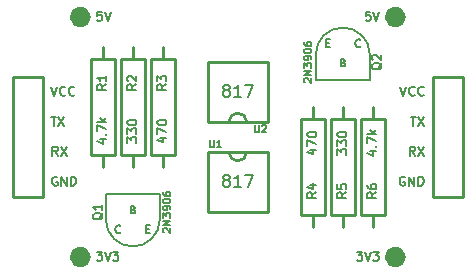
<source format=gto>
G04 (created by PCBNEW (2013-07-07 BZR 4022)-stable) date 5/4/2015 11:47:39 PM*
%MOIN*%
G04 Gerber Fmt 3.4, Leading zero omitted, Abs format*
%FSLAX34Y34*%
G01*
G70*
G90*
G04 APERTURE LIST*
%ADD10C,0.00590551*%
%ADD11C,0.05*%
%ADD12C,0.006*%
%ADD13C,0.01*%
%ADD14C,0.005*%
%ADD15C,0.008*%
G04 APERTURE END LIST*
G54D10*
G54D11*
X91850Y-29000D02*
G75*
G03X91850Y-29000I-100J0D01*
G74*
G01*
X91850Y-21000D02*
G75*
G03X91850Y-21000I-100J0D01*
G74*
G01*
X81350Y-29000D02*
G75*
G03X81350Y-29000I-100J0D01*
G74*
G01*
X81350Y-21000D02*
G75*
G03X81350Y-21000I-100J0D01*
G74*
G01*
G54D12*
X90464Y-28821D02*
X90650Y-28821D01*
X90550Y-28935D01*
X90592Y-28935D01*
X90621Y-28950D01*
X90635Y-28964D01*
X90650Y-28992D01*
X90650Y-29064D01*
X90635Y-29092D01*
X90621Y-29107D01*
X90592Y-29121D01*
X90507Y-29121D01*
X90478Y-29107D01*
X90464Y-29092D01*
X90735Y-28821D02*
X90835Y-29121D01*
X90935Y-28821D01*
X91007Y-28821D02*
X91192Y-28821D01*
X91092Y-28935D01*
X91135Y-28935D01*
X91164Y-28950D01*
X91178Y-28964D01*
X91192Y-28992D01*
X91192Y-29064D01*
X91178Y-29092D01*
X91164Y-29107D01*
X91135Y-29121D01*
X91050Y-29121D01*
X91021Y-29107D01*
X91007Y-29092D01*
X90921Y-20821D02*
X90778Y-20821D01*
X90764Y-20964D01*
X90778Y-20950D01*
X90807Y-20935D01*
X90878Y-20935D01*
X90907Y-20950D01*
X90921Y-20964D01*
X90935Y-20992D01*
X90935Y-21064D01*
X90921Y-21092D01*
X90907Y-21107D01*
X90878Y-21121D01*
X90807Y-21121D01*
X90778Y-21107D01*
X90764Y-21092D01*
X91021Y-20821D02*
X91121Y-21121D01*
X91221Y-20821D01*
X81792Y-28821D02*
X81978Y-28821D01*
X81878Y-28935D01*
X81921Y-28935D01*
X81950Y-28950D01*
X81964Y-28964D01*
X81978Y-28992D01*
X81978Y-29064D01*
X81964Y-29092D01*
X81950Y-29107D01*
X81921Y-29121D01*
X81835Y-29121D01*
X81807Y-29107D01*
X81792Y-29092D01*
X82064Y-28821D02*
X82164Y-29121D01*
X82264Y-28821D01*
X82335Y-28821D02*
X82521Y-28821D01*
X82421Y-28935D01*
X82464Y-28935D01*
X82492Y-28950D01*
X82507Y-28964D01*
X82521Y-28992D01*
X82521Y-29064D01*
X82507Y-29092D01*
X82492Y-29107D01*
X82464Y-29121D01*
X82378Y-29121D01*
X82350Y-29107D01*
X82335Y-29092D01*
X81964Y-20821D02*
X81821Y-20821D01*
X81807Y-20964D01*
X81821Y-20950D01*
X81850Y-20935D01*
X81921Y-20935D01*
X81950Y-20950D01*
X81964Y-20964D01*
X81978Y-20992D01*
X81978Y-21064D01*
X81964Y-21092D01*
X81950Y-21107D01*
X81921Y-21121D01*
X81850Y-21121D01*
X81821Y-21107D01*
X81807Y-21092D01*
X82064Y-20821D02*
X82164Y-21121D01*
X82264Y-20821D01*
X80478Y-26335D02*
X80450Y-26321D01*
X80407Y-26321D01*
X80364Y-26335D01*
X80335Y-26364D01*
X80321Y-26392D01*
X80307Y-26450D01*
X80307Y-26492D01*
X80321Y-26550D01*
X80335Y-26578D01*
X80364Y-26607D01*
X80407Y-26621D01*
X80435Y-26621D01*
X80478Y-26607D01*
X80492Y-26592D01*
X80492Y-26492D01*
X80435Y-26492D01*
X80621Y-26621D02*
X80621Y-26321D01*
X80792Y-26621D01*
X80792Y-26321D01*
X80935Y-26621D02*
X80935Y-26321D01*
X81007Y-26321D01*
X81050Y-26335D01*
X81078Y-26364D01*
X81092Y-26392D01*
X81107Y-26450D01*
X81107Y-26492D01*
X81092Y-26550D01*
X81078Y-26578D01*
X81050Y-26607D01*
X81007Y-26621D01*
X80935Y-26621D01*
X80492Y-25621D02*
X80392Y-25478D01*
X80321Y-25621D02*
X80321Y-25321D01*
X80435Y-25321D01*
X80464Y-25335D01*
X80478Y-25350D01*
X80492Y-25378D01*
X80492Y-25421D01*
X80478Y-25450D01*
X80464Y-25464D01*
X80435Y-25478D01*
X80321Y-25478D01*
X80592Y-25321D02*
X80792Y-25621D01*
X80792Y-25321D02*
X80592Y-25621D01*
X80278Y-24321D02*
X80450Y-24321D01*
X80364Y-24621D02*
X80364Y-24321D01*
X80521Y-24321D02*
X80721Y-24621D01*
X80721Y-24321D02*
X80521Y-24621D01*
X80278Y-23321D02*
X80378Y-23621D01*
X80478Y-23321D01*
X80750Y-23592D02*
X80735Y-23607D01*
X80692Y-23621D01*
X80664Y-23621D01*
X80621Y-23607D01*
X80592Y-23578D01*
X80578Y-23550D01*
X80564Y-23492D01*
X80564Y-23450D01*
X80578Y-23392D01*
X80592Y-23364D01*
X80621Y-23335D01*
X80664Y-23321D01*
X80692Y-23321D01*
X80735Y-23335D01*
X80750Y-23350D01*
X81050Y-23592D02*
X81035Y-23607D01*
X80992Y-23621D01*
X80964Y-23621D01*
X80921Y-23607D01*
X80892Y-23578D01*
X80878Y-23550D01*
X80864Y-23492D01*
X80864Y-23450D01*
X80878Y-23392D01*
X80892Y-23364D01*
X80921Y-23335D01*
X80964Y-23321D01*
X80992Y-23321D01*
X81035Y-23335D01*
X81050Y-23350D01*
X92064Y-26335D02*
X92035Y-26321D01*
X91992Y-26321D01*
X91950Y-26335D01*
X91921Y-26364D01*
X91907Y-26392D01*
X91892Y-26450D01*
X91892Y-26492D01*
X91907Y-26550D01*
X91921Y-26578D01*
X91950Y-26607D01*
X91992Y-26621D01*
X92021Y-26621D01*
X92064Y-26607D01*
X92078Y-26592D01*
X92078Y-26492D01*
X92021Y-26492D01*
X92207Y-26621D02*
X92207Y-26321D01*
X92378Y-26621D01*
X92378Y-26321D01*
X92521Y-26621D02*
X92521Y-26321D01*
X92592Y-26321D01*
X92635Y-26335D01*
X92664Y-26364D01*
X92678Y-26392D01*
X92692Y-26450D01*
X92692Y-26492D01*
X92678Y-26550D01*
X92664Y-26578D01*
X92635Y-26607D01*
X92592Y-26621D01*
X92521Y-26621D01*
X92407Y-25621D02*
X92307Y-25478D01*
X92235Y-25621D02*
X92235Y-25321D01*
X92350Y-25321D01*
X92378Y-25335D01*
X92392Y-25350D01*
X92407Y-25378D01*
X92407Y-25421D01*
X92392Y-25450D01*
X92378Y-25464D01*
X92350Y-25478D01*
X92235Y-25478D01*
X92507Y-25321D02*
X92707Y-25621D01*
X92707Y-25321D02*
X92507Y-25621D01*
X92264Y-24321D02*
X92435Y-24321D01*
X92350Y-24621D02*
X92350Y-24321D01*
X92507Y-24321D02*
X92707Y-24621D01*
X92707Y-24321D02*
X92507Y-24621D01*
X91921Y-23321D02*
X92021Y-23621D01*
X92121Y-23321D01*
X92392Y-23592D02*
X92378Y-23607D01*
X92335Y-23621D01*
X92307Y-23621D01*
X92264Y-23607D01*
X92235Y-23578D01*
X92221Y-23550D01*
X92207Y-23492D01*
X92207Y-23450D01*
X92221Y-23392D01*
X92235Y-23364D01*
X92264Y-23335D01*
X92307Y-23321D01*
X92335Y-23321D01*
X92378Y-23335D01*
X92392Y-23350D01*
X92692Y-23592D02*
X92678Y-23607D01*
X92635Y-23621D01*
X92607Y-23621D01*
X92564Y-23607D01*
X92535Y-23578D01*
X92521Y-23550D01*
X92507Y-23492D01*
X92507Y-23450D01*
X92521Y-23392D01*
X92535Y-23364D01*
X92564Y-23335D01*
X92607Y-23321D01*
X92635Y-23321D01*
X92678Y-23335D01*
X92692Y-23350D01*
G54D10*
X83900Y-27750D02*
X83900Y-26900D01*
X83900Y-26900D02*
X82100Y-26900D01*
X82100Y-26900D02*
X82100Y-27750D01*
X82100Y-27750D02*
G75*
G03X83000Y-28650I900J0D01*
G74*
G01*
X83000Y-28650D02*
G75*
G03X83900Y-27750I0J900D01*
G74*
G01*
X89100Y-22250D02*
X89100Y-23100D01*
X89100Y-23100D02*
X90900Y-23100D01*
X90900Y-23100D02*
X90900Y-22250D01*
X90900Y-22250D02*
G75*
G03X90000Y-21350I-900J0D01*
G74*
G01*
X90000Y-21350D02*
G75*
G03X89100Y-22250I0J-900D01*
G74*
G01*
G54D13*
X82000Y-22000D02*
X82000Y-22400D01*
X82000Y-22400D02*
X82400Y-22400D01*
X82400Y-22400D02*
X82400Y-25600D01*
X82400Y-25600D02*
X81600Y-25600D01*
X81600Y-25600D02*
X81600Y-22400D01*
X81600Y-22400D02*
X82000Y-22400D01*
X82000Y-26000D02*
X82000Y-25600D01*
X89000Y-28000D02*
X89000Y-27600D01*
X89000Y-27600D02*
X88600Y-27600D01*
X88600Y-27600D02*
X88600Y-24400D01*
X88600Y-24400D02*
X89400Y-24400D01*
X89400Y-24400D02*
X89400Y-27600D01*
X89400Y-27600D02*
X89000Y-27600D01*
X89000Y-24000D02*
X89000Y-24400D01*
X83000Y-22000D02*
X83000Y-22400D01*
X83000Y-22400D02*
X83400Y-22400D01*
X83400Y-22400D02*
X83400Y-25600D01*
X83400Y-25600D02*
X82600Y-25600D01*
X82600Y-25600D02*
X82600Y-22400D01*
X82600Y-22400D02*
X83000Y-22400D01*
X83000Y-26000D02*
X83000Y-25600D01*
X91000Y-28000D02*
X91000Y-27600D01*
X91000Y-27600D02*
X90600Y-27600D01*
X90600Y-27600D02*
X90600Y-24400D01*
X90600Y-24400D02*
X91400Y-24400D01*
X91400Y-24400D02*
X91400Y-27600D01*
X91400Y-27600D02*
X91000Y-27600D01*
X91000Y-24000D02*
X91000Y-24400D01*
X84000Y-22000D02*
X84000Y-22400D01*
X84000Y-22400D02*
X84400Y-22400D01*
X84400Y-22400D02*
X84400Y-25600D01*
X84400Y-25600D02*
X83600Y-25600D01*
X83600Y-25600D02*
X83600Y-22400D01*
X83600Y-22400D02*
X84000Y-22400D01*
X84000Y-26000D02*
X84000Y-25600D01*
X90000Y-28000D02*
X90000Y-27600D01*
X90000Y-27600D02*
X89600Y-27600D01*
X89600Y-27600D02*
X89600Y-24400D01*
X89600Y-24400D02*
X90400Y-24400D01*
X90400Y-24400D02*
X90400Y-27600D01*
X90400Y-27600D02*
X90000Y-27600D01*
X90000Y-24000D02*
X90000Y-24400D01*
X79000Y-27000D02*
X79000Y-23000D01*
X80000Y-27000D02*
X80000Y-23000D01*
X80000Y-23000D02*
X79000Y-23000D01*
X79000Y-27000D02*
X80000Y-27000D01*
X93000Y-27000D02*
X93000Y-23000D01*
X94000Y-27000D02*
X94000Y-23000D01*
X94000Y-23000D02*
X93000Y-23000D01*
X93000Y-27000D02*
X94000Y-27000D01*
X86500Y-24200D02*
G75*
G03X86200Y-24500I0J-300D01*
G74*
G01*
X86800Y-24500D02*
G75*
G03X86500Y-24200I-300J0D01*
G74*
G01*
X85500Y-24500D02*
X85500Y-22500D01*
X85500Y-22500D02*
X87500Y-22500D01*
X87500Y-22500D02*
X87500Y-24500D01*
X87500Y-24500D02*
X85500Y-24500D01*
X86500Y-25800D02*
G75*
G03X86800Y-25500I0J300D01*
G74*
G01*
X86200Y-25500D02*
G75*
G03X86500Y-25800I300J0D01*
G74*
G01*
X87500Y-25500D02*
X87500Y-27500D01*
X87500Y-27500D02*
X85500Y-27500D01*
X85500Y-27500D02*
X85500Y-25500D01*
X85500Y-25500D02*
X87500Y-25500D01*
G54D12*
X82000Y-27528D02*
X81985Y-27557D01*
X81957Y-27585D01*
X81914Y-27628D01*
X81900Y-27657D01*
X81900Y-27685D01*
X81971Y-27671D02*
X81957Y-27700D01*
X81928Y-27728D01*
X81871Y-27742D01*
X81771Y-27742D01*
X81714Y-27728D01*
X81685Y-27700D01*
X81671Y-27671D01*
X81671Y-27614D01*
X81685Y-27585D01*
X81714Y-27557D01*
X81771Y-27542D01*
X81871Y-27542D01*
X81928Y-27557D01*
X81957Y-27585D01*
X81971Y-27614D01*
X81971Y-27671D01*
X81971Y-27257D02*
X81971Y-27428D01*
X81971Y-27342D02*
X81671Y-27342D01*
X81714Y-27371D01*
X81742Y-27400D01*
X81757Y-27428D01*
G54D14*
X84025Y-28178D02*
X84013Y-28166D01*
X84001Y-28142D01*
X84001Y-28083D01*
X84013Y-28059D01*
X84025Y-28047D01*
X84048Y-28035D01*
X84072Y-28035D01*
X84108Y-28047D01*
X84251Y-28190D01*
X84251Y-28035D01*
X84251Y-27928D02*
X84001Y-27928D01*
X84251Y-27785D01*
X84001Y-27785D01*
X84001Y-27690D02*
X84001Y-27535D01*
X84096Y-27619D01*
X84096Y-27583D01*
X84108Y-27559D01*
X84120Y-27547D01*
X84144Y-27535D01*
X84203Y-27535D01*
X84227Y-27547D01*
X84239Y-27559D01*
X84251Y-27583D01*
X84251Y-27654D01*
X84239Y-27678D01*
X84227Y-27690D01*
X84251Y-27416D02*
X84251Y-27369D01*
X84239Y-27345D01*
X84227Y-27333D01*
X84191Y-27309D01*
X84144Y-27297D01*
X84048Y-27297D01*
X84025Y-27309D01*
X84013Y-27321D01*
X84001Y-27345D01*
X84001Y-27392D01*
X84013Y-27416D01*
X84025Y-27428D01*
X84048Y-27440D01*
X84108Y-27440D01*
X84132Y-27428D01*
X84144Y-27416D01*
X84155Y-27392D01*
X84155Y-27345D01*
X84144Y-27321D01*
X84132Y-27309D01*
X84108Y-27297D01*
X84001Y-27142D02*
X84001Y-27119D01*
X84013Y-27095D01*
X84025Y-27083D01*
X84048Y-27071D01*
X84096Y-27059D01*
X84155Y-27059D01*
X84203Y-27071D01*
X84227Y-27083D01*
X84239Y-27095D01*
X84251Y-27119D01*
X84251Y-27142D01*
X84239Y-27166D01*
X84227Y-27178D01*
X84203Y-27190D01*
X84155Y-27202D01*
X84096Y-27202D01*
X84048Y-27190D01*
X84025Y-27178D01*
X84013Y-27166D01*
X84001Y-27142D01*
X84001Y-26845D02*
X84001Y-26892D01*
X84013Y-26916D01*
X84025Y-26928D01*
X84060Y-26952D01*
X84108Y-26964D01*
X84203Y-26964D01*
X84227Y-26952D01*
X84239Y-26940D01*
X84251Y-26916D01*
X84251Y-26869D01*
X84239Y-26845D01*
X84227Y-26833D01*
X84203Y-26821D01*
X84144Y-26821D01*
X84120Y-26833D01*
X84108Y-26845D01*
X84096Y-26869D01*
X84096Y-26916D01*
X84108Y-26940D01*
X84120Y-26952D01*
X84144Y-26964D01*
X83446Y-28070D02*
X83529Y-28070D01*
X83565Y-28201D02*
X83446Y-28201D01*
X83446Y-27951D01*
X83565Y-27951D01*
X83017Y-27420D02*
X83053Y-27432D01*
X83065Y-27444D01*
X83077Y-27467D01*
X83077Y-27503D01*
X83065Y-27527D01*
X83053Y-27539D01*
X83029Y-27551D01*
X82934Y-27551D01*
X82934Y-27301D01*
X83017Y-27301D01*
X83041Y-27313D01*
X83053Y-27325D01*
X83065Y-27348D01*
X83065Y-27372D01*
X83053Y-27396D01*
X83041Y-27408D01*
X83017Y-27420D01*
X82934Y-27420D01*
X82577Y-28177D02*
X82565Y-28189D01*
X82529Y-28201D01*
X82505Y-28201D01*
X82470Y-28189D01*
X82446Y-28165D01*
X82434Y-28141D01*
X82422Y-28094D01*
X82422Y-28058D01*
X82434Y-28010D01*
X82446Y-27986D01*
X82470Y-27963D01*
X82505Y-27951D01*
X82529Y-27951D01*
X82565Y-27963D01*
X82577Y-27975D01*
G54D12*
X91300Y-22528D02*
X91285Y-22557D01*
X91257Y-22585D01*
X91214Y-22628D01*
X91200Y-22657D01*
X91200Y-22685D01*
X91271Y-22671D02*
X91257Y-22700D01*
X91228Y-22728D01*
X91171Y-22742D01*
X91071Y-22742D01*
X91014Y-22728D01*
X90985Y-22700D01*
X90971Y-22671D01*
X90971Y-22614D01*
X90985Y-22585D01*
X91014Y-22557D01*
X91071Y-22542D01*
X91171Y-22542D01*
X91228Y-22557D01*
X91257Y-22585D01*
X91271Y-22614D01*
X91271Y-22671D01*
X91000Y-22428D02*
X90985Y-22414D01*
X90971Y-22385D01*
X90971Y-22314D01*
X90985Y-22285D01*
X91000Y-22271D01*
X91028Y-22257D01*
X91057Y-22257D01*
X91100Y-22271D01*
X91271Y-22442D01*
X91271Y-22257D01*
G54D14*
X88725Y-23178D02*
X88713Y-23166D01*
X88701Y-23142D01*
X88701Y-23083D01*
X88713Y-23059D01*
X88725Y-23047D01*
X88748Y-23035D01*
X88772Y-23035D01*
X88808Y-23047D01*
X88951Y-23190D01*
X88951Y-23035D01*
X88951Y-22928D02*
X88701Y-22928D01*
X88951Y-22785D01*
X88701Y-22785D01*
X88701Y-22690D02*
X88701Y-22535D01*
X88796Y-22619D01*
X88796Y-22583D01*
X88808Y-22559D01*
X88820Y-22547D01*
X88844Y-22535D01*
X88903Y-22535D01*
X88927Y-22547D01*
X88939Y-22559D01*
X88951Y-22583D01*
X88951Y-22654D01*
X88939Y-22678D01*
X88927Y-22690D01*
X88951Y-22416D02*
X88951Y-22369D01*
X88939Y-22345D01*
X88927Y-22333D01*
X88891Y-22309D01*
X88844Y-22297D01*
X88748Y-22297D01*
X88725Y-22309D01*
X88713Y-22321D01*
X88701Y-22345D01*
X88701Y-22392D01*
X88713Y-22416D01*
X88725Y-22428D01*
X88748Y-22440D01*
X88808Y-22440D01*
X88832Y-22428D01*
X88844Y-22416D01*
X88855Y-22392D01*
X88855Y-22345D01*
X88844Y-22321D01*
X88832Y-22309D01*
X88808Y-22297D01*
X88701Y-22142D02*
X88701Y-22119D01*
X88713Y-22095D01*
X88725Y-22083D01*
X88748Y-22071D01*
X88796Y-22059D01*
X88855Y-22059D01*
X88903Y-22071D01*
X88927Y-22083D01*
X88939Y-22095D01*
X88951Y-22119D01*
X88951Y-22142D01*
X88939Y-22166D01*
X88927Y-22178D01*
X88903Y-22190D01*
X88855Y-22202D01*
X88796Y-22202D01*
X88748Y-22190D01*
X88725Y-22178D01*
X88713Y-22166D01*
X88701Y-22142D01*
X88701Y-21845D02*
X88701Y-21892D01*
X88713Y-21916D01*
X88725Y-21928D01*
X88760Y-21952D01*
X88808Y-21964D01*
X88903Y-21964D01*
X88927Y-21952D01*
X88939Y-21940D01*
X88951Y-21916D01*
X88951Y-21869D01*
X88939Y-21845D01*
X88927Y-21833D01*
X88903Y-21821D01*
X88844Y-21821D01*
X88820Y-21833D01*
X88808Y-21845D01*
X88796Y-21869D01*
X88796Y-21916D01*
X88808Y-21940D01*
X88820Y-21952D01*
X88844Y-21964D01*
X89446Y-21870D02*
X89529Y-21870D01*
X89565Y-22001D02*
X89446Y-22001D01*
X89446Y-21751D01*
X89565Y-21751D01*
X90017Y-22520D02*
X90053Y-22532D01*
X90065Y-22544D01*
X90077Y-22567D01*
X90077Y-22603D01*
X90065Y-22627D01*
X90053Y-22639D01*
X90029Y-22651D01*
X89934Y-22651D01*
X89934Y-22401D01*
X90017Y-22401D01*
X90041Y-22413D01*
X90053Y-22425D01*
X90065Y-22448D01*
X90065Y-22472D01*
X90053Y-22496D01*
X90041Y-22508D01*
X90017Y-22520D01*
X89934Y-22520D01*
X90577Y-21977D02*
X90565Y-21989D01*
X90529Y-22001D01*
X90505Y-22001D01*
X90470Y-21989D01*
X90446Y-21965D01*
X90434Y-21941D01*
X90422Y-21894D01*
X90422Y-21858D01*
X90434Y-21810D01*
X90446Y-21786D01*
X90470Y-21763D01*
X90505Y-21751D01*
X90529Y-21751D01*
X90565Y-21763D01*
X90577Y-21775D01*
G54D12*
X82121Y-23250D02*
X81978Y-23350D01*
X82121Y-23421D02*
X81821Y-23421D01*
X81821Y-23307D01*
X81835Y-23278D01*
X81850Y-23264D01*
X81878Y-23250D01*
X81921Y-23250D01*
X81950Y-23264D01*
X81964Y-23278D01*
X81978Y-23307D01*
X81978Y-23421D01*
X82121Y-22964D02*
X82121Y-23135D01*
X82121Y-23050D02*
X81821Y-23050D01*
X81864Y-23078D01*
X81892Y-23107D01*
X81907Y-23135D01*
X81921Y-25078D02*
X82121Y-25078D01*
X81807Y-25150D02*
X82021Y-25221D01*
X82021Y-25035D01*
X82092Y-24921D02*
X82107Y-24907D01*
X82121Y-24921D01*
X82107Y-24935D01*
X82092Y-24921D01*
X82121Y-24921D01*
X81821Y-24807D02*
X81821Y-24607D01*
X82121Y-24735D01*
X82121Y-24492D02*
X81821Y-24492D01*
X82007Y-24464D02*
X82121Y-24378D01*
X81921Y-24378D02*
X82035Y-24492D01*
X89121Y-26850D02*
X88978Y-26950D01*
X89121Y-27021D02*
X88821Y-27021D01*
X88821Y-26907D01*
X88835Y-26878D01*
X88850Y-26864D01*
X88878Y-26850D01*
X88921Y-26850D01*
X88950Y-26864D01*
X88964Y-26878D01*
X88978Y-26907D01*
X88978Y-27021D01*
X88921Y-26592D02*
X89121Y-26592D01*
X88807Y-26664D02*
X89021Y-26735D01*
X89021Y-26550D01*
X88921Y-25428D02*
X89121Y-25428D01*
X88807Y-25500D02*
X89021Y-25571D01*
X89021Y-25385D01*
X88821Y-25300D02*
X88821Y-25100D01*
X89121Y-25228D01*
X88821Y-24928D02*
X88821Y-24900D01*
X88835Y-24871D01*
X88850Y-24857D01*
X88878Y-24842D01*
X88935Y-24828D01*
X89007Y-24828D01*
X89064Y-24842D01*
X89092Y-24857D01*
X89107Y-24871D01*
X89121Y-24900D01*
X89121Y-24928D01*
X89107Y-24957D01*
X89092Y-24971D01*
X89064Y-24985D01*
X89007Y-25000D01*
X88935Y-25000D01*
X88878Y-24985D01*
X88850Y-24971D01*
X88835Y-24957D01*
X88821Y-24928D01*
X83121Y-23250D02*
X82978Y-23350D01*
X83121Y-23421D02*
X82821Y-23421D01*
X82821Y-23307D01*
X82835Y-23278D01*
X82850Y-23264D01*
X82878Y-23250D01*
X82921Y-23250D01*
X82950Y-23264D01*
X82964Y-23278D01*
X82978Y-23307D01*
X82978Y-23421D01*
X82850Y-23135D02*
X82835Y-23121D01*
X82821Y-23092D01*
X82821Y-23021D01*
X82835Y-22992D01*
X82850Y-22978D01*
X82878Y-22964D01*
X82907Y-22964D01*
X82950Y-22978D01*
X83121Y-23150D01*
X83121Y-22964D01*
X82821Y-25185D02*
X82821Y-25000D01*
X82935Y-25100D01*
X82935Y-25057D01*
X82950Y-25028D01*
X82964Y-25014D01*
X82992Y-25000D01*
X83064Y-25000D01*
X83092Y-25014D01*
X83107Y-25028D01*
X83121Y-25057D01*
X83121Y-25142D01*
X83107Y-25171D01*
X83092Y-25185D01*
X82821Y-24900D02*
X82821Y-24714D01*
X82935Y-24814D01*
X82935Y-24771D01*
X82950Y-24742D01*
X82964Y-24728D01*
X82992Y-24714D01*
X83064Y-24714D01*
X83092Y-24728D01*
X83107Y-24742D01*
X83121Y-24771D01*
X83121Y-24857D01*
X83107Y-24885D01*
X83092Y-24900D01*
X82821Y-24528D02*
X82821Y-24500D01*
X82835Y-24471D01*
X82850Y-24457D01*
X82878Y-24442D01*
X82935Y-24428D01*
X83007Y-24428D01*
X83064Y-24442D01*
X83092Y-24457D01*
X83107Y-24471D01*
X83121Y-24500D01*
X83121Y-24528D01*
X83107Y-24557D01*
X83092Y-24571D01*
X83064Y-24585D01*
X83007Y-24600D01*
X82935Y-24600D01*
X82878Y-24585D01*
X82850Y-24571D01*
X82835Y-24557D01*
X82821Y-24528D01*
X91121Y-26850D02*
X90978Y-26950D01*
X91121Y-27021D02*
X90821Y-27021D01*
X90821Y-26907D01*
X90835Y-26878D01*
X90850Y-26864D01*
X90878Y-26850D01*
X90921Y-26850D01*
X90950Y-26864D01*
X90964Y-26878D01*
X90978Y-26907D01*
X90978Y-27021D01*
X90821Y-26592D02*
X90821Y-26650D01*
X90835Y-26678D01*
X90850Y-26692D01*
X90892Y-26721D01*
X90950Y-26735D01*
X91064Y-26735D01*
X91092Y-26721D01*
X91107Y-26707D01*
X91121Y-26678D01*
X91121Y-26621D01*
X91107Y-26592D01*
X91092Y-26578D01*
X91064Y-26564D01*
X90992Y-26564D01*
X90964Y-26578D01*
X90950Y-26592D01*
X90935Y-26621D01*
X90935Y-26678D01*
X90950Y-26707D01*
X90964Y-26721D01*
X90992Y-26735D01*
X90921Y-25478D02*
X91121Y-25478D01*
X90807Y-25550D02*
X91021Y-25621D01*
X91021Y-25435D01*
X91092Y-25321D02*
X91107Y-25307D01*
X91121Y-25321D01*
X91107Y-25335D01*
X91092Y-25321D01*
X91121Y-25321D01*
X90821Y-25207D02*
X90821Y-25007D01*
X91121Y-25135D01*
X91121Y-24892D02*
X90821Y-24892D01*
X91007Y-24864D02*
X91121Y-24778D01*
X90921Y-24778D02*
X91035Y-24892D01*
X84121Y-23250D02*
X83978Y-23350D01*
X84121Y-23421D02*
X83821Y-23421D01*
X83821Y-23307D01*
X83835Y-23278D01*
X83850Y-23264D01*
X83878Y-23250D01*
X83921Y-23250D01*
X83950Y-23264D01*
X83964Y-23278D01*
X83978Y-23307D01*
X83978Y-23421D01*
X83821Y-23150D02*
X83821Y-22964D01*
X83935Y-23064D01*
X83935Y-23021D01*
X83950Y-22992D01*
X83964Y-22978D01*
X83992Y-22964D01*
X84064Y-22964D01*
X84092Y-22978D01*
X84107Y-22992D01*
X84121Y-23021D01*
X84121Y-23107D01*
X84107Y-23135D01*
X84092Y-23150D01*
X83921Y-25028D02*
X84121Y-25028D01*
X83807Y-25100D02*
X84021Y-25171D01*
X84021Y-24985D01*
X83821Y-24900D02*
X83821Y-24700D01*
X84121Y-24828D01*
X83821Y-24528D02*
X83821Y-24500D01*
X83835Y-24471D01*
X83850Y-24457D01*
X83878Y-24442D01*
X83935Y-24428D01*
X84007Y-24428D01*
X84064Y-24442D01*
X84092Y-24457D01*
X84107Y-24471D01*
X84121Y-24500D01*
X84121Y-24528D01*
X84107Y-24557D01*
X84092Y-24571D01*
X84064Y-24585D01*
X84007Y-24600D01*
X83935Y-24600D01*
X83878Y-24585D01*
X83850Y-24571D01*
X83835Y-24557D01*
X83821Y-24528D01*
X90121Y-26850D02*
X89978Y-26950D01*
X90121Y-27021D02*
X89821Y-27021D01*
X89821Y-26907D01*
X89835Y-26878D01*
X89850Y-26864D01*
X89878Y-26850D01*
X89921Y-26850D01*
X89950Y-26864D01*
X89964Y-26878D01*
X89978Y-26907D01*
X89978Y-27021D01*
X89821Y-26578D02*
X89821Y-26721D01*
X89964Y-26735D01*
X89950Y-26721D01*
X89935Y-26692D01*
X89935Y-26621D01*
X89950Y-26592D01*
X89964Y-26578D01*
X89992Y-26564D01*
X90064Y-26564D01*
X90092Y-26578D01*
X90107Y-26592D01*
X90121Y-26621D01*
X90121Y-26692D01*
X90107Y-26721D01*
X90092Y-26735D01*
X89821Y-25585D02*
X89821Y-25400D01*
X89935Y-25500D01*
X89935Y-25457D01*
X89950Y-25428D01*
X89964Y-25414D01*
X89992Y-25400D01*
X90064Y-25400D01*
X90092Y-25414D01*
X90107Y-25428D01*
X90121Y-25457D01*
X90121Y-25542D01*
X90107Y-25571D01*
X90092Y-25585D01*
X89821Y-25300D02*
X89821Y-25114D01*
X89935Y-25214D01*
X89935Y-25171D01*
X89950Y-25142D01*
X89964Y-25128D01*
X89992Y-25114D01*
X90064Y-25114D01*
X90092Y-25128D01*
X90107Y-25142D01*
X90121Y-25171D01*
X90121Y-25257D01*
X90107Y-25285D01*
X90092Y-25300D01*
X89821Y-24928D02*
X89821Y-24900D01*
X89835Y-24871D01*
X89850Y-24857D01*
X89878Y-24842D01*
X89935Y-24828D01*
X90007Y-24828D01*
X90064Y-24842D01*
X90092Y-24857D01*
X90107Y-24871D01*
X90121Y-24900D01*
X90121Y-24928D01*
X90107Y-24957D01*
X90092Y-24971D01*
X90064Y-24985D01*
X90007Y-25000D01*
X89935Y-25000D01*
X89878Y-24985D01*
X89850Y-24971D01*
X89835Y-24957D01*
X89821Y-24928D01*
G54D14*
X87059Y-24601D02*
X87059Y-24803D01*
X87071Y-24827D01*
X87083Y-24839D01*
X87107Y-24851D01*
X87154Y-24851D01*
X87178Y-24839D01*
X87190Y-24827D01*
X87202Y-24803D01*
X87202Y-24601D01*
X87309Y-24625D02*
X87321Y-24613D01*
X87345Y-24601D01*
X87404Y-24601D01*
X87428Y-24613D01*
X87440Y-24625D01*
X87452Y-24648D01*
X87452Y-24672D01*
X87440Y-24708D01*
X87297Y-24851D01*
X87452Y-24851D01*
G54D15*
X86080Y-23433D02*
X86042Y-23414D01*
X86023Y-23395D01*
X86004Y-23357D01*
X86004Y-23338D01*
X86023Y-23300D01*
X86042Y-23280D01*
X86080Y-23261D01*
X86157Y-23261D01*
X86195Y-23280D01*
X86214Y-23300D01*
X86233Y-23338D01*
X86233Y-23357D01*
X86214Y-23395D01*
X86195Y-23414D01*
X86157Y-23433D01*
X86080Y-23433D01*
X86042Y-23452D01*
X86023Y-23471D01*
X86004Y-23509D01*
X86004Y-23585D01*
X86023Y-23623D01*
X86042Y-23642D01*
X86080Y-23661D01*
X86157Y-23661D01*
X86195Y-23642D01*
X86214Y-23623D01*
X86233Y-23585D01*
X86233Y-23509D01*
X86214Y-23471D01*
X86195Y-23452D01*
X86157Y-23433D01*
X86614Y-23661D02*
X86385Y-23661D01*
X86500Y-23661D02*
X86500Y-23261D01*
X86461Y-23319D01*
X86423Y-23357D01*
X86385Y-23376D01*
X86747Y-23261D02*
X87014Y-23261D01*
X86842Y-23661D01*
G54D14*
X85559Y-25101D02*
X85559Y-25303D01*
X85571Y-25327D01*
X85583Y-25339D01*
X85607Y-25351D01*
X85654Y-25351D01*
X85678Y-25339D01*
X85690Y-25327D01*
X85702Y-25303D01*
X85702Y-25101D01*
X85952Y-25351D02*
X85809Y-25351D01*
X85880Y-25351D02*
X85880Y-25101D01*
X85857Y-25136D01*
X85833Y-25160D01*
X85809Y-25172D01*
G54D15*
X86080Y-26433D02*
X86042Y-26414D01*
X86023Y-26395D01*
X86004Y-26357D01*
X86004Y-26338D01*
X86023Y-26300D01*
X86042Y-26280D01*
X86080Y-26261D01*
X86157Y-26261D01*
X86195Y-26280D01*
X86214Y-26300D01*
X86233Y-26338D01*
X86233Y-26357D01*
X86214Y-26395D01*
X86195Y-26414D01*
X86157Y-26433D01*
X86080Y-26433D01*
X86042Y-26452D01*
X86023Y-26471D01*
X86004Y-26509D01*
X86004Y-26585D01*
X86023Y-26623D01*
X86042Y-26642D01*
X86080Y-26661D01*
X86157Y-26661D01*
X86195Y-26642D01*
X86214Y-26623D01*
X86233Y-26585D01*
X86233Y-26509D01*
X86214Y-26471D01*
X86195Y-26452D01*
X86157Y-26433D01*
X86614Y-26661D02*
X86385Y-26661D01*
X86500Y-26661D02*
X86500Y-26261D01*
X86461Y-26319D01*
X86423Y-26357D01*
X86385Y-26376D01*
X86747Y-26261D02*
X87014Y-26261D01*
X86842Y-26661D01*
M02*

</source>
